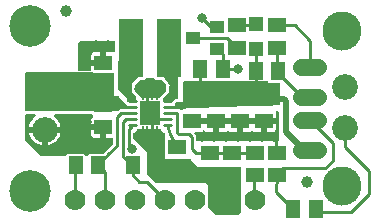
<source format=gbr>
G04 EAGLE Gerber RS-274X export*
G75*
%MOMM*%
%FSLAX34Y34*%
%LPD*%
%INTop Copper*%
%IPPOS*%
%AMOC8*
5,1,8,0,0,1.08239X$1,22.5*%
G01*
%ADD10C,0.280000*%
%ADD11R,1.660000X2.150000*%
%ADD12C,0.908000*%
%ADD13R,0.230000X0.800000*%
%ADD14R,2.000000X5.000000*%
%ADD15R,1.500000X1.300000*%
%ADD16R,1.300000X1.500000*%
%ADD17R,1.200000X1.200000*%
%ADD18C,1.000000*%
%ADD19C,3.516000*%
%ADD20C,2.184400*%
%ADD21R,1.200000X1.000000*%
%ADD22C,1.458000*%
%ADD23C,3.316000*%
%ADD24C,1.778000*%
%ADD25C,0.254000*%
%ADD26C,0.800100*%
%ADD27C,0.508000*%

G36*
X139699Y73660D02*
X139699Y73660D01*
X139687Y73758D01*
X139684Y73857D01*
X139667Y73915D01*
X139659Y73976D01*
X139623Y74068D01*
X139595Y74163D01*
X139565Y74215D01*
X139542Y74271D01*
X139484Y74351D01*
X139434Y74437D01*
X139368Y74512D01*
X139356Y74529D01*
X139346Y74536D01*
X139328Y74558D01*
X136788Y77098D01*
X136709Y77158D01*
X136637Y77226D01*
X136584Y77255D01*
X136536Y77292D01*
X136445Y77332D01*
X136359Y77380D01*
X136300Y77395D01*
X136244Y77419D01*
X136146Y77434D01*
X136051Y77459D01*
X135951Y77465D01*
X135930Y77469D01*
X135918Y77467D01*
X135890Y77469D01*
X116840Y77469D01*
X116742Y77457D01*
X116643Y77454D01*
X116585Y77437D01*
X116524Y77429D01*
X116432Y77393D01*
X116337Y77365D01*
X116285Y77335D01*
X116229Y77312D01*
X116149Y77254D01*
X116063Y77204D01*
X115988Y77138D01*
X115971Y77126D01*
X115964Y77116D01*
X115943Y77098D01*
X113403Y74558D01*
X113342Y74479D01*
X113274Y74407D01*
X113245Y74354D01*
X113208Y74306D01*
X113168Y74215D01*
X113120Y74129D01*
X113105Y74070D01*
X113081Y74014D01*
X113066Y73916D01*
X113041Y73821D01*
X113035Y73725D01*
X113033Y73717D01*
X113034Y73714D01*
X113031Y73700D01*
X113033Y73688D01*
X113031Y73660D01*
X113031Y69850D01*
X113043Y69752D01*
X113046Y69653D01*
X113063Y69595D01*
X113071Y69534D01*
X113107Y69442D01*
X113135Y69347D01*
X113165Y69295D01*
X113188Y69239D01*
X113246Y69159D01*
X113296Y69073D01*
X113362Y68998D01*
X113374Y68981D01*
X113384Y68974D01*
X113403Y68953D01*
X124461Y57894D01*
X124461Y40640D01*
X124473Y40542D01*
X124476Y40443D01*
X124487Y40405D01*
X124488Y40399D01*
X124494Y40380D01*
X124501Y40324D01*
X124537Y40232D01*
X124565Y40137D01*
X124582Y40108D01*
X124586Y40096D01*
X124600Y40073D01*
X124618Y40029D01*
X124676Y39949D01*
X124726Y39863D01*
X124751Y39836D01*
X124756Y39827D01*
X124768Y39816D01*
X124792Y39788D01*
X124804Y39771D01*
X124814Y39764D01*
X124833Y39743D01*
X132453Y32123D01*
X132531Y32062D01*
X132603Y31994D01*
X132656Y31965D01*
X132704Y31928D01*
X132795Y31888D01*
X132881Y31840D01*
X132940Y31825D01*
X132996Y31801D01*
X133094Y31786D01*
X133189Y31761D01*
X133289Y31755D01*
X133310Y31751D01*
X133322Y31753D01*
X133350Y31751D01*
X174734Y31751D01*
X176531Y29954D01*
X176531Y11430D01*
X176543Y11332D01*
X176546Y11233D01*
X176555Y11201D01*
X176556Y11190D01*
X176564Y11165D01*
X176571Y11114D01*
X176607Y11022D01*
X176635Y10927D01*
X176649Y10902D01*
X176654Y10888D01*
X176671Y10861D01*
X176688Y10819D01*
X176746Y10739D01*
X176796Y10653D01*
X176819Y10628D01*
X176824Y10619D01*
X176837Y10607D01*
X176862Y10578D01*
X176874Y10561D01*
X176884Y10554D01*
X176903Y10533D01*
X181983Y5453D01*
X182061Y5392D01*
X182133Y5324D01*
X182186Y5295D01*
X182234Y5258D01*
X182325Y5218D01*
X182411Y5170D01*
X182470Y5155D01*
X182526Y5131D01*
X182624Y5116D01*
X182719Y5091D01*
X182819Y5085D01*
X182840Y5081D01*
X182852Y5083D01*
X182880Y5081D01*
X201930Y5081D01*
X202028Y5093D01*
X202127Y5096D01*
X202185Y5113D01*
X202246Y5121D01*
X202338Y5157D01*
X202433Y5185D01*
X202485Y5215D01*
X202541Y5238D01*
X202621Y5296D01*
X202707Y5346D01*
X202782Y5412D01*
X202799Y5424D01*
X202806Y5434D01*
X202828Y5453D01*
X204098Y6723D01*
X204158Y6801D01*
X204226Y6873D01*
X204246Y6909D01*
X204271Y6939D01*
X204279Y6956D01*
X204292Y6974D01*
X204332Y7065D01*
X204380Y7151D01*
X204390Y7192D01*
X204406Y7226D01*
X204410Y7244D01*
X204419Y7266D01*
X204434Y7364D01*
X204459Y7459D01*
X204463Y7524D01*
X204466Y7539D01*
X204465Y7554D01*
X204465Y7559D01*
X204469Y7580D01*
X204467Y7592D01*
X204469Y7620D01*
X204469Y44450D01*
X204454Y44568D01*
X204447Y44687D01*
X204434Y44725D01*
X204429Y44766D01*
X204386Y44876D01*
X204349Y44989D01*
X204327Y45024D01*
X204312Y45061D01*
X204243Y45157D01*
X204179Y45258D01*
X204149Y45286D01*
X204126Y45319D01*
X204034Y45395D01*
X203947Y45476D01*
X203912Y45496D01*
X203881Y45521D01*
X203773Y45572D01*
X203669Y45630D01*
X203629Y45640D01*
X203593Y45657D01*
X203476Y45679D01*
X203361Y45709D01*
X203301Y45713D01*
X203281Y45717D01*
X203260Y45715D01*
X203200Y45719D01*
X168166Y45719D01*
X162188Y51698D01*
X162109Y51758D01*
X162037Y51826D01*
X161984Y51855D01*
X161936Y51892D01*
X161845Y51932D01*
X161759Y51980D01*
X161700Y51995D01*
X161644Y52019D01*
X161546Y52034D01*
X161451Y52059D01*
X161351Y52065D01*
X161330Y52069D01*
X161318Y52067D01*
X161290Y52069D01*
X139699Y52069D01*
X139699Y73660D01*
G37*
G36*
X99042Y92723D02*
X99042Y92723D01*
X99141Y92726D01*
X99200Y92743D01*
X99260Y92751D01*
X99352Y92787D01*
X99447Y92815D01*
X99499Y92845D01*
X99555Y92868D01*
X99635Y92926D01*
X99721Y92976D01*
X99796Y93042D01*
X99813Y93054D01*
X99821Y93064D01*
X99842Y93083D01*
X101502Y94743D01*
X104140Y94743D01*
X104258Y94758D01*
X104377Y94765D01*
X104415Y94778D01*
X104456Y94783D01*
X104566Y94826D01*
X104679Y94863D01*
X104714Y94885D01*
X104751Y94900D01*
X104847Y94969D01*
X104948Y95033D01*
X104976Y95063D01*
X105009Y95086D01*
X105085Y95178D01*
X105153Y95251D01*
X106680Y95251D01*
X106761Y95261D01*
X106843Y95261D01*
X106918Y95281D01*
X106996Y95291D01*
X107072Y95321D01*
X107151Y95341D01*
X107219Y95379D01*
X107291Y95408D01*
X107358Y95456D01*
X107429Y95495D01*
X107486Y95549D01*
X107549Y95594D01*
X107601Y95658D01*
X107660Y95714D01*
X107702Y95780D01*
X107751Y95839D01*
X107786Y95913D01*
X107830Y95983D01*
X107854Y96057D01*
X107887Y96127D01*
X107902Y96207D01*
X107927Y96285D01*
X107932Y96363D01*
X107947Y96440D01*
X107942Y96521D01*
X107947Y96603D01*
X107932Y96679D01*
X107927Y96757D01*
X107902Y96835D01*
X107886Y96915D01*
X107853Y96986D01*
X107829Y97059D01*
X107785Y97128D01*
X107750Y97203D01*
X107662Y97324D01*
X107659Y97328D01*
X107657Y97329D01*
X107655Y97333D01*
X101305Y104953D01*
X101191Y105059D01*
X101077Y105166D01*
X101075Y105167D01*
X101072Y105169D01*
X100935Y105244D01*
X100799Y105320D01*
X100796Y105320D01*
X100793Y105322D01*
X100641Y105360D01*
X100491Y105399D01*
X100487Y105399D01*
X100485Y105400D01*
X100480Y105400D01*
X100330Y105409D01*
X96519Y105409D01*
X96519Y124158D01*
X96504Y124276D01*
X96497Y124395D01*
X96484Y124433D01*
X96479Y124474D01*
X96436Y124584D01*
X96399Y124697D01*
X96377Y124732D01*
X96362Y124769D01*
X96293Y124865D01*
X96229Y124966D01*
X96199Y124994D01*
X96176Y125027D01*
X96084Y125103D01*
X95997Y125184D01*
X95962Y125204D01*
X95931Y125229D01*
X95823Y125280D01*
X95719Y125338D01*
X95679Y125348D01*
X95643Y125365D01*
X95526Y125387D01*
X95411Y125417D01*
X95351Y125421D01*
X95331Y125425D01*
X95310Y125423D01*
X95250Y125427D01*
X79270Y125427D01*
X79207Y125486D01*
X79154Y125515D01*
X79107Y125552D01*
X79016Y125592D01*
X78929Y125640D01*
X78870Y125655D01*
X78815Y125679D01*
X78717Y125694D01*
X78621Y125719D01*
X78521Y125725D01*
X78501Y125729D01*
X78489Y125727D01*
X78460Y125729D01*
X22860Y125729D01*
X22742Y125714D01*
X22623Y125707D01*
X22585Y125694D01*
X22544Y125689D01*
X22434Y125646D01*
X22321Y125609D01*
X22286Y125587D01*
X22249Y125572D01*
X22153Y125503D01*
X22052Y125439D01*
X22024Y125409D01*
X21991Y125386D01*
X21916Y125294D01*
X21834Y125207D01*
X21814Y125172D01*
X21789Y125141D01*
X21738Y125033D01*
X21680Y124929D01*
X21670Y124889D01*
X21653Y124853D01*
X21631Y124736D01*
X21601Y124621D01*
X21597Y124561D01*
X21593Y124541D01*
X21594Y124527D01*
X21593Y124523D01*
X21594Y124511D01*
X21591Y124460D01*
X21591Y93980D01*
X21606Y93862D01*
X21613Y93743D01*
X21626Y93705D01*
X21631Y93664D01*
X21674Y93554D01*
X21711Y93441D01*
X21733Y93406D01*
X21748Y93369D01*
X21818Y93273D01*
X21881Y93172D01*
X21911Y93144D01*
X21934Y93111D01*
X22026Y93036D01*
X22113Y92954D01*
X22148Y92934D01*
X22179Y92909D01*
X22287Y92858D01*
X22391Y92800D01*
X22431Y92790D01*
X22467Y92773D01*
X22584Y92751D01*
X22699Y92721D01*
X22760Y92717D01*
X22780Y92713D01*
X22800Y92715D01*
X22860Y92711D01*
X98944Y92711D01*
X99042Y92723D01*
G37*
G36*
X54478Y54623D02*
X54478Y54623D01*
X54578Y54626D01*
X54636Y54643D01*
X54696Y54651D01*
X54788Y54687D01*
X54883Y54715D01*
X54935Y54745D01*
X54992Y54768D01*
X55072Y54826D01*
X55157Y54876D01*
X55232Y54942D01*
X55249Y54954D01*
X55257Y54964D01*
X55278Y54983D01*
X56818Y56523D01*
X71502Y56523D01*
X72762Y55262D01*
X72857Y55189D01*
X72946Y55110D01*
X72982Y55092D01*
X73014Y55067D01*
X73123Y55020D01*
X73229Y54966D01*
X73268Y54957D01*
X73306Y54941D01*
X73423Y54922D01*
X73539Y54896D01*
X73580Y54897D01*
X73620Y54891D01*
X73738Y54902D01*
X73857Y54906D01*
X73896Y54917D01*
X73936Y54921D01*
X74049Y54961D01*
X74163Y54994D01*
X74197Y55015D01*
X74236Y55028D01*
X74334Y55095D01*
X74437Y55156D01*
X74482Y55196D01*
X74499Y55207D01*
X74512Y55222D01*
X74557Y55262D01*
X75818Y56523D01*
X87039Y56523D01*
X87156Y56538D01*
X87275Y56545D01*
X87314Y56557D01*
X87354Y56563D01*
X87464Y56606D01*
X87577Y56643D01*
X87612Y56665D01*
X87650Y56680D01*
X87746Y56749D01*
X87846Y56813D01*
X87891Y56854D01*
X87907Y56866D01*
X87920Y56882D01*
X87964Y56923D01*
X89063Y58092D01*
X89110Y58156D01*
X89164Y58214D01*
X89203Y58284D01*
X89250Y58349D01*
X89257Y58368D01*
X90325Y59436D01*
X90332Y59445D01*
X90352Y59464D01*
X91385Y60563D01*
X91403Y60571D01*
X91466Y60620D01*
X91535Y60660D01*
X91654Y60765D01*
X91655Y60765D01*
X91655Y60766D01*
X95386Y64496D01*
X95446Y64575D01*
X95514Y64647D01*
X95543Y64700D01*
X95580Y64748D01*
X95620Y64839D01*
X95668Y64925D01*
X95683Y64984D01*
X95707Y65039D01*
X95722Y65137D01*
X95747Y65233D01*
X95753Y65333D01*
X95757Y65354D01*
X95755Y65366D01*
X95757Y65394D01*
X95757Y69090D01*
X95742Y69208D01*
X95735Y69327D01*
X95722Y69365D01*
X95717Y69406D01*
X95674Y69516D01*
X95637Y69629D01*
X95615Y69664D01*
X95600Y69701D01*
X95531Y69797D01*
X95467Y69898D01*
X95437Y69926D01*
X95414Y69959D01*
X95322Y70035D01*
X95235Y70116D01*
X95200Y70136D01*
X95169Y70161D01*
X95061Y70212D01*
X94957Y70270D01*
X94917Y70280D01*
X94881Y70297D01*
X94764Y70319D01*
X94649Y70349D01*
X94589Y70353D01*
X94569Y70357D01*
X94548Y70355D01*
X94488Y70359D01*
X90169Y70359D01*
X90169Y78130D01*
X90154Y78248D01*
X90147Y78367D01*
X90134Y78405D01*
X90129Y78445D01*
X90085Y78556D01*
X90049Y78669D01*
X90027Y78704D01*
X90012Y78741D01*
X89942Y78837D01*
X89879Y78938D01*
X89849Y78966D01*
X89825Y78998D01*
X89734Y79074D01*
X89647Y79156D01*
X89612Y79175D01*
X89580Y79201D01*
X89473Y79252D01*
X89369Y79309D01*
X89329Y79320D01*
X89293Y79337D01*
X89176Y79359D01*
X89061Y79389D01*
X89000Y79393D01*
X88980Y79397D01*
X88960Y79395D01*
X88900Y79399D01*
X87629Y79399D01*
X87629Y80670D01*
X87614Y80788D01*
X87607Y80907D01*
X87594Y80945D01*
X87589Y80985D01*
X87545Y81096D01*
X87509Y81209D01*
X87487Y81244D01*
X87472Y81281D01*
X87402Y81377D01*
X87339Y81478D01*
X87309Y81506D01*
X87285Y81538D01*
X87194Y81614D01*
X87107Y81696D01*
X87072Y81715D01*
X87040Y81741D01*
X86933Y81792D01*
X86829Y81849D01*
X86789Y81860D01*
X86753Y81877D01*
X86636Y81899D01*
X86521Y81929D01*
X86460Y81933D01*
X86440Y81937D01*
X86420Y81935D01*
X86360Y81939D01*
X77589Y81939D01*
X77589Y86234D01*
X77762Y86881D01*
X78097Y87460D01*
X78639Y88003D01*
X78725Y88112D01*
X78813Y88219D01*
X78822Y88238D01*
X78834Y88254D01*
X78890Y88382D01*
X78949Y88507D01*
X78953Y88527D01*
X78961Y88546D01*
X78983Y88684D01*
X79009Y88820D01*
X79007Y88840D01*
X79011Y88860D01*
X78997Y88999D01*
X78989Y89137D01*
X78983Y89156D01*
X78981Y89176D01*
X78934Y89308D01*
X78891Y89439D01*
X78880Y89457D01*
X78873Y89476D01*
X78795Y89591D01*
X78721Y89708D01*
X78706Y89722D01*
X78695Y89739D01*
X78590Y89831D01*
X78489Y89926D01*
X78471Y89936D01*
X78456Y89949D01*
X78332Y90012D01*
X78211Y90080D01*
X78191Y90085D01*
X78173Y90094D01*
X78037Y90124D01*
X77903Y90159D01*
X77875Y90161D01*
X77863Y90164D01*
X77842Y90163D01*
X77742Y90169D01*
X47129Y90169D01*
X47050Y90159D01*
X46970Y90159D01*
X46893Y90139D01*
X46813Y90129D01*
X46739Y90100D01*
X46662Y90080D01*
X46592Y90042D01*
X46517Y90012D01*
X46453Y89966D01*
X46383Y89927D01*
X46325Y89873D01*
X46260Y89826D01*
X46209Y89764D01*
X46151Y89710D01*
X46108Y89642D01*
X46057Y89581D01*
X46023Y89508D01*
X45981Y89441D01*
X45956Y89365D01*
X45922Y89293D01*
X45907Y89215D01*
X45882Y89139D01*
X45877Y89059D01*
X45862Y88981D01*
X45867Y88901D01*
X45862Y88822D01*
X45877Y88743D01*
X45882Y88663D01*
X45906Y88587D01*
X45921Y88509D01*
X45955Y88437D01*
X45980Y88361D01*
X46022Y88293D01*
X46056Y88221D01*
X46107Y88159D01*
X46150Y88092D01*
X46208Y88037D01*
X46259Y87976D01*
X46381Y87875D01*
X46382Y87874D01*
X46383Y87873D01*
X46870Y87519D01*
X48369Y86020D01*
X49614Y84306D01*
X50576Y82418D01*
X51231Y80403D01*
X51335Y79749D01*
X39330Y79749D01*
X39212Y79734D01*
X39093Y79727D01*
X39055Y79714D01*
X39015Y79709D01*
X38904Y79666D01*
X38791Y79629D01*
X38757Y79607D01*
X38719Y79592D01*
X38623Y79523D01*
X38522Y79459D01*
X38494Y79429D01*
X38462Y79406D01*
X38386Y79314D01*
X38304Y79227D01*
X38285Y79192D01*
X38259Y79161D01*
X38208Y79053D01*
X38151Y78949D01*
X38141Y78909D01*
X38123Y78873D01*
X38103Y78766D01*
X38099Y78796D01*
X38055Y78906D01*
X38019Y79019D01*
X37997Y79054D01*
X37982Y79091D01*
X37912Y79187D01*
X37849Y79288D01*
X37819Y79316D01*
X37795Y79349D01*
X37704Y79425D01*
X37617Y79506D01*
X37582Y79526D01*
X37550Y79551D01*
X37443Y79602D01*
X37338Y79660D01*
X37299Y79670D01*
X37263Y79687D01*
X37146Y79709D01*
X37030Y79739D01*
X36970Y79743D01*
X36950Y79747D01*
X36930Y79745D01*
X36870Y79749D01*
X24865Y79749D01*
X24969Y80403D01*
X25624Y82418D01*
X26586Y84306D01*
X27831Y86020D01*
X29330Y87519D01*
X29817Y87873D01*
X29875Y87928D01*
X29913Y87955D01*
X29940Y87974D01*
X29991Y88036D01*
X30049Y88091D01*
X30092Y88158D01*
X30143Y88219D01*
X30177Y88292D01*
X30220Y88359D01*
X30244Y88435D01*
X30278Y88507D01*
X30293Y88586D01*
X30318Y88662D01*
X30323Y88741D01*
X30338Y88820D01*
X30333Y88899D01*
X30338Y88979D01*
X30323Y89058D01*
X30318Y89137D01*
X30294Y89213D01*
X30279Y89292D01*
X30245Y89364D01*
X30220Y89439D01*
X30177Y89507D01*
X30143Y89579D01*
X30093Y89641D01*
X30050Y89708D01*
X29992Y89763D01*
X29941Y89825D01*
X29877Y89871D01*
X29818Y89926D01*
X29748Y89965D01*
X29684Y90012D01*
X29610Y90041D01*
X29540Y90080D01*
X29463Y90100D01*
X29388Y90129D01*
X29309Y90139D01*
X29232Y90159D01*
X29074Y90169D01*
X29073Y90169D01*
X29072Y90169D01*
X29071Y90169D01*
X22860Y90169D01*
X22742Y90154D01*
X22623Y90147D01*
X22585Y90134D01*
X22544Y90129D01*
X22434Y90086D01*
X22321Y90049D01*
X22286Y90027D01*
X22249Y90012D01*
X22153Y89943D01*
X22052Y89879D01*
X22024Y89849D01*
X21991Y89826D01*
X21916Y89734D01*
X21834Y89647D01*
X21814Y89612D01*
X21789Y89581D01*
X21738Y89473D01*
X21680Y89369D01*
X21670Y89329D01*
X21653Y89293D01*
X21631Y89176D01*
X21601Y89061D01*
X21597Y89001D01*
X21593Y88981D01*
X21594Y88966D01*
X21593Y88961D01*
X21594Y88951D01*
X21591Y88900D01*
X21591Y68580D01*
X21603Y68482D01*
X21606Y68383D01*
X21623Y68325D01*
X21631Y68264D01*
X21667Y68172D01*
X21695Y68077D01*
X21716Y68041D01*
X21719Y68033D01*
X21728Y68018D01*
X21748Y67969D01*
X21806Y67889D01*
X21856Y67803D01*
X21885Y67771D01*
X21889Y67764D01*
X21898Y67755D01*
X21922Y67728D01*
X21934Y67711D01*
X21944Y67704D01*
X21963Y67683D01*
X34663Y54983D01*
X34741Y54922D01*
X34813Y54854D01*
X34866Y54825D01*
X34914Y54788D01*
X35005Y54748D01*
X35091Y54700D01*
X35150Y54685D01*
X35206Y54661D01*
X35304Y54646D01*
X35399Y54621D01*
X35499Y54615D01*
X35520Y54611D01*
X35532Y54613D01*
X35560Y54611D01*
X54380Y54611D01*
X54478Y54623D01*
G37*
G36*
X153748Y93557D02*
X153748Y93557D01*
X153867Y93560D01*
X153906Y93572D01*
X153946Y93575D01*
X154059Y93616D01*
X154173Y93649D01*
X154207Y93669D01*
X154246Y93683D01*
X154344Y93750D01*
X154447Y93810D01*
X154492Y93850D01*
X154509Y93862D01*
X154522Y93877D01*
X154567Y93917D01*
X155902Y95251D01*
X162560Y95251D01*
X165100Y95251D01*
X165113Y95252D01*
X165145Y95252D01*
X236265Y97792D01*
X236361Y97807D01*
X236457Y97813D01*
X236517Y97832D01*
X236579Y97843D01*
X236668Y97881D01*
X236759Y97911D01*
X236813Y97945D01*
X236871Y97970D01*
X236946Y98030D01*
X237028Y98081D01*
X237071Y98127D01*
X237121Y98166D01*
X237180Y98243D01*
X237246Y98313D01*
X237277Y98368D01*
X237315Y98418D01*
X237353Y98507D01*
X237400Y98591D01*
X237415Y98652D01*
X237440Y98710D01*
X237455Y98806D01*
X237479Y98899D01*
X237486Y99006D01*
X237489Y99025D01*
X237488Y99036D01*
X237489Y99060D01*
X237489Y115690D01*
X237474Y115808D01*
X237467Y115927D01*
X237454Y115965D01*
X237449Y116006D01*
X237406Y116116D01*
X237369Y116229D01*
X237347Y116264D01*
X237332Y116301D01*
X237263Y116397D01*
X237199Y116498D01*
X237169Y116526D01*
X237146Y116559D01*
X237054Y116635D01*
X236967Y116716D01*
X236932Y116736D01*
X236901Y116761D01*
X236793Y116812D01*
X236689Y116870D01*
X236649Y116880D01*
X236613Y116897D01*
X236496Y116919D01*
X236381Y116949D01*
X236321Y116953D01*
X236301Y116957D01*
X236280Y116955D01*
X236220Y116959D01*
X228008Y116959D01*
X227229Y117737D01*
X227151Y117798D01*
X227079Y117866D01*
X227026Y117895D01*
X226978Y117932D01*
X226887Y117972D01*
X226800Y118020D01*
X226742Y118035D01*
X226686Y118059D01*
X226588Y118074D01*
X226493Y118099D01*
X226393Y118105D01*
X226372Y118109D01*
X226360Y118107D01*
X226332Y118109D01*
X156210Y118109D01*
X156092Y118094D01*
X155973Y118087D01*
X155935Y118074D01*
X155894Y118069D01*
X155784Y118026D01*
X155671Y117989D01*
X155636Y117967D01*
X155599Y117952D01*
X155503Y117883D01*
X155402Y117819D01*
X155374Y117789D01*
X155341Y117766D01*
X155266Y117674D01*
X155184Y117587D01*
X155164Y117552D01*
X155139Y117521D01*
X155088Y117413D01*
X155030Y117309D01*
X155020Y117269D01*
X155003Y117233D01*
X154981Y117116D01*
X154951Y117001D01*
X154947Y116941D01*
X154943Y116921D01*
X154945Y116900D01*
X154941Y116840D01*
X154941Y100329D01*
X149860Y100329D01*
X149742Y100314D01*
X149623Y100307D01*
X149585Y100294D01*
X149544Y100289D01*
X149434Y100246D01*
X149321Y100209D01*
X149286Y100187D01*
X149249Y100172D01*
X149153Y100103D01*
X149052Y100039D01*
X149024Y100009D01*
X148991Y99986D01*
X148916Y99894D01*
X148834Y99807D01*
X148814Y99772D01*
X148789Y99741D01*
X148738Y99633D01*
X148680Y99529D01*
X148670Y99489D01*
X148653Y99453D01*
X148631Y99336D01*
X148601Y99221D01*
X148597Y99161D01*
X148593Y99141D01*
X148595Y99120D01*
X148591Y99060D01*
X148591Y96520D01*
X148606Y96402D01*
X148613Y96283D01*
X148626Y96245D01*
X148631Y96204D01*
X148674Y96094D01*
X148711Y95981D01*
X148733Y95946D01*
X148748Y95909D01*
X148818Y95813D01*
X148881Y95712D01*
X148911Y95684D01*
X148934Y95651D01*
X149026Y95575D01*
X149113Y95494D01*
X149148Y95474D01*
X149179Y95449D01*
X149287Y95398D01*
X149391Y95340D01*
X149431Y95330D01*
X149467Y95313D01*
X149584Y95291D01*
X149699Y95261D01*
X149760Y95257D01*
X149780Y95253D01*
X149800Y95255D01*
X149860Y95251D01*
X151438Y95251D01*
X152772Y93917D01*
X152867Y93844D01*
X152956Y93765D01*
X152992Y93747D01*
X153024Y93722D01*
X153133Y93674D01*
X153239Y93620D01*
X153278Y93611D01*
X153316Y93595D01*
X153433Y93577D01*
X153549Y93551D01*
X153590Y93552D01*
X153630Y93546D01*
X153748Y93557D01*
G37*
G36*
X235068Y67326D02*
X235068Y67326D01*
X235187Y67333D01*
X235225Y67346D01*
X235266Y67351D01*
X235376Y67394D01*
X235489Y67431D01*
X235524Y67453D01*
X235561Y67468D01*
X235657Y67538D01*
X235758Y67601D01*
X235786Y67631D01*
X235819Y67654D01*
X235895Y67746D01*
X235976Y67833D01*
X235996Y67868D01*
X236021Y67899D01*
X236072Y68007D01*
X236130Y68111D01*
X236140Y68151D01*
X236157Y68187D01*
X236179Y68304D01*
X236209Y68419D01*
X236213Y68480D01*
X236217Y68500D01*
X236215Y68520D01*
X236219Y68580D01*
X236219Y91440D01*
X236204Y91558D01*
X236197Y91677D01*
X236184Y91715D01*
X236179Y91756D01*
X236136Y91866D01*
X236099Y91979D01*
X236077Y92014D01*
X236062Y92051D01*
X235993Y92147D01*
X235929Y92248D01*
X235899Y92276D01*
X235876Y92309D01*
X235784Y92385D01*
X235697Y92466D01*
X235662Y92486D01*
X235631Y92511D01*
X235523Y92562D01*
X235419Y92620D01*
X235379Y92630D01*
X235343Y92647D01*
X235226Y92669D01*
X235111Y92699D01*
X235051Y92703D01*
X235031Y92707D01*
X235010Y92705D01*
X234950Y92709D01*
X234830Y92709D01*
X234712Y92694D01*
X234593Y92687D01*
X234555Y92674D01*
X234514Y92669D01*
X234404Y92626D01*
X234291Y92589D01*
X234256Y92567D01*
X234219Y92552D01*
X234123Y92483D01*
X234022Y92419D01*
X233994Y92389D01*
X233961Y92366D01*
X233885Y92274D01*
X233804Y92187D01*
X233784Y92152D01*
X233759Y92121D01*
X233708Y92013D01*
X233650Y91909D01*
X233640Y91869D01*
X233623Y91833D01*
X233601Y91716D01*
X233571Y91601D01*
X233567Y91541D01*
X233563Y91521D01*
X233564Y91510D01*
X233563Y91507D01*
X233564Y91494D01*
X233561Y91440D01*
X233561Y87019D01*
X224790Y87019D01*
X224672Y87004D01*
X224553Y86997D01*
X224515Y86984D01*
X224475Y86979D01*
X224364Y86935D01*
X224251Y86899D01*
X224216Y86877D01*
X224179Y86862D01*
X224083Y86792D01*
X223982Y86729D01*
X223954Y86699D01*
X223922Y86675D01*
X223846Y86584D01*
X223764Y86497D01*
X223745Y86462D01*
X223719Y86430D01*
X223668Y86323D01*
X223611Y86219D01*
X223600Y86179D01*
X223583Y86143D01*
X223561Y86026D01*
X223531Y85911D01*
X223527Y85850D01*
X223523Y85830D01*
X223525Y85810D01*
X223521Y85750D01*
X223521Y84479D01*
X223519Y84479D01*
X223519Y85750D01*
X223504Y85868D01*
X223497Y85987D01*
X223484Y86025D01*
X223479Y86065D01*
X223435Y86176D01*
X223399Y86289D01*
X223377Y86324D01*
X223362Y86361D01*
X223292Y86457D01*
X223229Y86558D01*
X223199Y86586D01*
X223175Y86618D01*
X223084Y86694D01*
X222997Y86776D01*
X222962Y86795D01*
X222930Y86821D01*
X222823Y86872D01*
X222719Y86929D01*
X222679Y86940D01*
X222643Y86957D01*
X222526Y86979D01*
X222411Y87009D01*
X222350Y87013D01*
X222330Y87017D01*
X222310Y87015D01*
X222250Y87019D01*
X204470Y87019D01*
X204352Y87004D01*
X204233Y86997D01*
X204195Y86984D01*
X204155Y86979D01*
X204044Y86935D01*
X203931Y86899D01*
X203896Y86877D01*
X203859Y86862D01*
X203763Y86792D01*
X203662Y86729D01*
X203634Y86699D01*
X203602Y86675D01*
X203526Y86584D01*
X203444Y86497D01*
X203425Y86462D01*
X203399Y86430D01*
X203348Y86323D01*
X203291Y86219D01*
X203280Y86179D01*
X203263Y86143D01*
X203241Y86026D01*
X203211Y85911D01*
X203207Y85850D01*
X203203Y85830D01*
X203205Y85810D01*
X203201Y85750D01*
X203201Y84479D01*
X203199Y84479D01*
X203199Y85750D01*
X203184Y85868D01*
X203177Y85987D01*
X203164Y86025D01*
X203159Y86065D01*
X203115Y86176D01*
X203079Y86289D01*
X203057Y86324D01*
X203042Y86361D01*
X202972Y86457D01*
X202909Y86558D01*
X202879Y86586D01*
X202855Y86618D01*
X202764Y86694D01*
X202677Y86776D01*
X202642Y86795D01*
X202610Y86821D01*
X202503Y86872D01*
X202399Y86929D01*
X202359Y86940D01*
X202323Y86957D01*
X202206Y86979D01*
X202091Y87009D01*
X202030Y87013D01*
X202010Y87017D01*
X201990Y87015D01*
X201930Y87019D01*
X184150Y87019D01*
X184032Y87004D01*
X183913Y86997D01*
X183875Y86984D01*
X183835Y86979D01*
X183724Y86935D01*
X183611Y86899D01*
X183576Y86877D01*
X183539Y86862D01*
X183443Y86792D01*
X183342Y86729D01*
X183314Y86699D01*
X183282Y86675D01*
X183206Y86584D01*
X183124Y86497D01*
X183105Y86462D01*
X183079Y86430D01*
X183028Y86323D01*
X182971Y86219D01*
X182960Y86179D01*
X182943Y86143D01*
X182921Y86026D01*
X182891Y85911D01*
X182887Y85850D01*
X182883Y85830D01*
X182885Y85810D01*
X182881Y85750D01*
X182881Y84479D01*
X182879Y84479D01*
X182879Y85750D01*
X182864Y85868D01*
X182857Y85987D01*
X182844Y86025D01*
X182839Y86065D01*
X182795Y86176D01*
X182759Y86289D01*
X182737Y86324D01*
X182722Y86361D01*
X182652Y86457D01*
X182589Y86558D01*
X182559Y86586D01*
X182535Y86618D01*
X182444Y86694D01*
X182357Y86776D01*
X182322Y86795D01*
X182290Y86821D01*
X182183Y86872D01*
X182079Y86929D01*
X182039Y86940D01*
X182003Y86957D01*
X181886Y86979D01*
X181771Y87009D01*
X181710Y87013D01*
X181690Y87017D01*
X181670Y87015D01*
X181610Y87019D01*
X163830Y87019D01*
X163712Y87004D01*
X163593Y86997D01*
X163555Y86984D01*
X163515Y86979D01*
X163404Y86935D01*
X163291Y86899D01*
X163256Y86877D01*
X163219Y86862D01*
X163123Y86792D01*
X163022Y86729D01*
X162994Y86699D01*
X162962Y86675D01*
X162886Y86584D01*
X162804Y86497D01*
X162785Y86462D01*
X162759Y86430D01*
X162708Y86323D01*
X162651Y86219D01*
X162640Y86179D01*
X162623Y86143D01*
X162601Y86026D01*
X162571Y85911D01*
X162567Y85850D01*
X162563Y85830D01*
X162565Y85810D01*
X162561Y85750D01*
X162561Y83210D01*
X162576Y83092D01*
X162583Y82973D01*
X162596Y82935D01*
X162601Y82895D01*
X162645Y82784D01*
X162681Y82671D01*
X162703Y82636D01*
X162718Y82599D01*
X162788Y82503D01*
X162851Y82402D01*
X162881Y82374D01*
X162905Y82341D01*
X162996Y82266D01*
X163083Y82184D01*
X163118Y82164D01*
X163150Y82139D01*
X163257Y82088D01*
X163361Y82030D01*
X163401Y82020D01*
X163437Y82003D01*
X163554Y81981D01*
X163669Y81951D01*
X163730Y81947D01*
X163750Y81943D01*
X163770Y81945D01*
X163830Y81941D01*
X180341Y81941D01*
X180341Y75439D01*
X175046Y75439D01*
X174399Y75612D01*
X173820Y75947D01*
X173618Y76149D01*
X173523Y76222D01*
X173434Y76301D01*
X173398Y76319D01*
X173366Y76344D01*
X173257Y76392D01*
X173151Y76446D01*
X173112Y76455D01*
X173074Y76471D01*
X172957Y76489D01*
X172841Y76515D01*
X172800Y76514D01*
X172760Y76520D01*
X172642Y76509D01*
X172523Y76506D01*
X172484Y76494D01*
X172444Y76491D01*
X172332Y76450D01*
X172217Y76417D01*
X172183Y76397D01*
X172144Y76383D01*
X172046Y76316D01*
X171943Y76256D01*
X171898Y76216D01*
X171881Y76205D01*
X171868Y76189D01*
X171823Y76149D01*
X171620Y75947D01*
X171041Y75612D01*
X170394Y75439D01*
X165976Y75439D01*
X165838Y75422D01*
X165699Y75409D01*
X165680Y75402D01*
X165660Y75399D01*
X165531Y75348D01*
X165400Y75301D01*
X165383Y75290D01*
X165365Y75282D01*
X165252Y75201D01*
X165137Y75123D01*
X165124Y75107D01*
X165107Y75096D01*
X165018Y74988D01*
X164926Y74884D01*
X164917Y74866D01*
X164904Y74851D01*
X164845Y74725D01*
X164782Y74601D01*
X164777Y74581D01*
X164769Y74563D01*
X164743Y74426D01*
X164712Y74291D01*
X164713Y74270D01*
X164709Y74251D01*
X164718Y74112D01*
X164722Y73973D01*
X164728Y73953D01*
X164729Y73933D01*
X164772Y73801D01*
X164810Y73667D01*
X164821Y73650D01*
X164827Y73631D01*
X164901Y73513D01*
X164972Y73393D01*
X164990Y73372D01*
X164997Y73362D01*
X165012Y73348D01*
X165078Y73273D01*
X165863Y72488D01*
X165863Y68580D01*
X165878Y68462D01*
X165885Y68343D01*
X165898Y68305D01*
X165903Y68264D01*
X165946Y68154D01*
X165983Y68041D01*
X166005Y68006D01*
X166020Y67969D01*
X166089Y67873D01*
X166153Y67772D01*
X166183Y67744D01*
X166206Y67711D01*
X166298Y67636D01*
X166385Y67554D01*
X166420Y67534D01*
X166451Y67509D01*
X166559Y67458D01*
X166663Y67400D01*
X166703Y67390D01*
X166739Y67373D01*
X166856Y67351D01*
X166971Y67321D01*
X167031Y67317D01*
X167051Y67313D01*
X167072Y67315D01*
X167132Y67311D01*
X234950Y67311D01*
X235068Y67326D01*
G37*
G36*
X76438Y127016D02*
X76438Y127016D01*
X76557Y127023D01*
X76595Y127036D01*
X76636Y127041D01*
X76746Y127084D01*
X76859Y127121D01*
X76894Y127143D01*
X76931Y127158D01*
X77027Y127228D01*
X77128Y127291D01*
X77156Y127321D01*
X77189Y127344D01*
X77265Y127436D01*
X77346Y127523D01*
X77366Y127558D01*
X77391Y127589D01*
X77442Y127697D01*
X77500Y127801D01*
X77510Y127841D01*
X77527Y127877D01*
X77549Y127994D01*
X77579Y128109D01*
X77583Y128170D01*
X77587Y128190D01*
X77585Y128210D01*
X77589Y128270D01*
X77589Y131421D01*
X86360Y131421D01*
X86478Y131436D01*
X86597Y131443D01*
X86635Y131456D01*
X86675Y131461D01*
X86786Y131504D01*
X86899Y131541D01*
X86934Y131563D01*
X86971Y131578D01*
X87067Y131648D01*
X87168Y131711D01*
X87196Y131741D01*
X87228Y131765D01*
X87304Y131856D01*
X87386Y131943D01*
X87405Y131978D01*
X87431Y132009D01*
X87482Y132117D01*
X87539Y132221D01*
X87550Y132261D01*
X87567Y132297D01*
X87589Y132414D01*
X87619Y132529D01*
X87623Y132590D01*
X87627Y132610D01*
X87625Y132630D01*
X87629Y132690D01*
X87629Y133961D01*
X88900Y133961D01*
X89018Y133976D01*
X89137Y133983D01*
X89175Y133996D01*
X89215Y134001D01*
X89326Y134045D01*
X89439Y134081D01*
X89474Y134103D01*
X89511Y134118D01*
X89607Y134188D01*
X89708Y134251D01*
X89736Y134281D01*
X89768Y134305D01*
X89844Y134396D01*
X89926Y134483D01*
X89945Y134518D01*
X89971Y134550D01*
X90022Y134657D01*
X90079Y134761D01*
X90090Y134801D01*
X90107Y134837D01*
X90129Y134954D01*
X90159Y135069D01*
X90163Y135130D01*
X90167Y135150D01*
X90165Y135170D01*
X90169Y135230D01*
X90169Y143001D01*
X95464Y143001D01*
X96191Y142806D01*
X96316Y142789D01*
X96440Y142765D01*
X96473Y142767D01*
X96507Y142763D01*
X96632Y142777D01*
X96757Y142785D01*
X96789Y142795D01*
X96822Y142799D01*
X96940Y142844D01*
X97059Y142883D01*
X97088Y142901D01*
X97119Y142913D01*
X97222Y142986D01*
X97328Y143053D01*
X97351Y143078D01*
X97379Y143097D01*
X97460Y143193D01*
X97546Y143285D01*
X97562Y143314D01*
X97584Y143340D01*
X97639Y143453D01*
X97700Y143563D01*
X97708Y143596D01*
X97723Y143626D01*
X97748Y143750D01*
X97779Y143871D01*
X97782Y143920D01*
X97786Y143938D01*
X97785Y143960D01*
X97789Y144032D01*
X97789Y151130D01*
X97774Y151248D01*
X97767Y151367D01*
X97754Y151405D01*
X97749Y151446D01*
X97706Y151556D01*
X97669Y151669D01*
X97647Y151704D01*
X97632Y151741D01*
X97563Y151837D01*
X97499Y151938D01*
X97469Y151966D01*
X97446Y151999D01*
X97354Y152075D01*
X97267Y152156D01*
X97232Y152176D01*
X97201Y152201D01*
X97093Y152252D01*
X96989Y152310D01*
X96949Y152320D01*
X96913Y152337D01*
X96796Y152359D01*
X96681Y152389D01*
X96621Y152393D01*
X96601Y152397D01*
X96580Y152395D01*
X96520Y152399D01*
X68580Y152399D01*
X68482Y152387D01*
X68383Y152384D01*
X68325Y152367D01*
X68264Y152359D01*
X68172Y152323D01*
X68077Y152295D01*
X68025Y152265D01*
X67969Y152242D01*
X67889Y152184D01*
X67803Y152134D01*
X67728Y152068D01*
X67711Y152056D01*
X67704Y152046D01*
X67698Y152042D01*
X67695Y152039D01*
X67683Y152028D01*
X66413Y150758D01*
X66352Y150679D01*
X66284Y150607D01*
X66255Y150554D01*
X66218Y150506D01*
X66178Y150415D01*
X66130Y150329D01*
X66115Y150270D01*
X66091Y150214D01*
X66076Y150116D01*
X66051Y150021D01*
X66046Y149941D01*
X66043Y149928D01*
X66044Y149917D01*
X66041Y149900D01*
X66043Y149888D01*
X66041Y149860D01*
X66041Y128270D01*
X66056Y128152D01*
X66063Y128033D01*
X66076Y127995D01*
X66081Y127954D01*
X66124Y127844D01*
X66161Y127731D01*
X66183Y127696D01*
X66198Y127659D01*
X66268Y127563D01*
X66331Y127462D01*
X66361Y127434D01*
X66384Y127401D01*
X66476Y127326D01*
X66563Y127244D01*
X66598Y127224D01*
X66629Y127199D01*
X66737Y127148D01*
X66841Y127090D01*
X66881Y127080D01*
X66917Y127063D01*
X67034Y127041D01*
X67149Y127011D01*
X67210Y127007D01*
X67230Y127003D01*
X67250Y127005D01*
X67310Y127001D01*
X76320Y127001D01*
X76438Y127016D01*
G37*
G36*
X114418Y100396D02*
X114418Y100396D01*
X114537Y100403D01*
X114575Y100416D01*
X114616Y100421D01*
X114726Y100464D01*
X114839Y100501D01*
X114874Y100523D01*
X114911Y100538D01*
X115007Y100607D01*
X115108Y100671D01*
X115136Y100701D01*
X115169Y100724D01*
X115245Y100816D01*
X115326Y100903D01*
X115346Y100938D01*
X115371Y100969D01*
X115422Y101077D01*
X115480Y101181D01*
X115490Y101221D01*
X115507Y101257D01*
X115529Y101374D01*
X115559Y101489D01*
X115563Y101549D01*
X115567Y101569D01*
X115565Y101590D01*
X115569Y101650D01*
X115569Y104576D01*
X115557Y104674D01*
X115554Y104773D01*
X115537Y104831D01*
X115529Y104891D01*
X115493Y104983D01*
X115465Y105079D01*
X115435Y105131D01*
X115412Y105187D01*
X115354Y105267D01*
X115304Y105353D01*
X115238Y105428D01*
X115226Y105444D01*
X115216Y105452D01*
X115197Y105473D01*
X114671Y106000D01*
X114664Y106005D01*
X114658Y106013D01*
X114538Y106103D01*
X114441Y106178D01*
X112512Y108107D01*
X112467Y108186D01*
X112461Y108192D01*
X112456Y108200D01*
X112350Y108321D01*
X111759Y108912D01*
X111759Y109746D01*
X111758Y109756D01*
X111759Y109765D01*
X111738Y109914D01*
X111719Y110062D01*
X111716Y110071D01*
X111715Y110080D01*
X111663Y110232D01*
X111569Y110459D01*
X111569Y113061D01*
X111663Y113288D01*
X111665Y113297D01*
X111670Y113305D01*
X111707Y113450D01*
X111747Y113595D01*
X111747Y113604D01*
X111749Y113613D01*
X111759Y113774D01*
X111759Y115878D01*
X119072Y123191D01*
X119380Y123191D01*
X119498Y123206D01*
X119617Y123213D01*
X119655Y123226D01*
X119696Y123231D01*
X119806Y123274D01*
X119919Y123311D01*
X119954Y123333D01*
X119991Y123348D01*
X120087Y123417D01*
X120188Y123481D01*
X120216Y123511D01*
X120249Y123534D01*
X120325Y123626D01*
X120406Y123713D01*
X120426Y123748D01*
X120451Y123779D01*
X120502Y123887D01*
X120560Y123991D01*
X120570Y124031D01*
X120587Y124067D01*
X120609Y124184D01*
X120639Y124299D01*
X120643Y124359D01*
X120647Y124379D01*
X120645Y124400D01*
X120646Y124414D01*
X120647Y124416D01*
X120647Y124418D01*
X120649Y124460D01*
X120649Y134620D01*
X120634Y134738D01*
X120627Y134857D01*
X120614Y134895D01*
X120609Y134936D01*
X120566Y135046D01*
X120529Y135159D01*
X120507Y135194D01*
X120492Y135231D01*
X120423Y135327D01*
X120359Y135428D01*
X120329Y135456D01*
X120306Y135489D01*
X120214Y135565D01*
X120127Y135646D01*
X120092Y135666D01*
X120061Y135691D01*
X119953Y135742D01*
X119849Y135800D01*
X119809Y135810D01*
X119773Y135827D01*
X119656Y135849D01*
X119541Y135879D01*
X119481Y135883D01*
X119461Y135887D01*
X119440Y135885D01*
X119380Y135889D01*
X101600Y135889D01*
X101482Y135874D01*
X101363Y135867D01*
X101325Y135854D01*
X101284Y135849D01*
X101174Y135806D01*
X101061Y135769D01*
X101026Y135747D01*
X100989Y135732D01*
X100893Y135663D01*
X100792Y135599D01*
X100764Y135569D01*
X100731Y135546D01*
X100656Y135454D01*
X100574Y135367D01*
X100554Y135332D01*
X100529Y135301D01*
X100478Y135193D01*
X100420Y135089D01*
X100410Y135049D01*
X100393Y135013D01*
X100371Y134896D01*
X100341Y134781D01*
X100337Y134721D01*
X100333Y134701D01*
X100335Y134680D01*
X100331Y134620D01*
X100331Y111760D01*
X100343Y111662D01*
X100346Y111563D01*
X100363Y111505D01*
X100371Y111444D01*
X100407Y111352D01*
X100435Y111257D01*
X100465Y111205D01*
X100488Y111149D01*
X100546Y111069D01*
X100596Y110983D01*
X100662Y110908D01*
X100674Y110891D01*
X100684Y110884D01*
X100703Y110863D01*
X107951Y103614D01*
X107951Y101650D01*
X107966Y101532D01*
X107973Y101413D01*
X107986Y101375D01*
X107991Y101334D01*
X108034Y101224D01*
X108071Y101111D01*
X108093Y101076D01*
X108108Y101039D01*
X108178Y100943D01*
X108241Y100842D01*
X108271Y100814D01*
X108294Y100781D01*
X108386Y100705D01*
X108473Y100624D01*
X108508Y100604D01*
X108539Y100579D01*
X108647Y100528D01*
X108751Y100470D01*
X108791Y100460D01*
X108827Y100443D01*
X108944Y100421D01*
X109059Y100391D01*
X109120Y100387D01*
X109140Y100383D01*
X109160Y100385D01*
X109220Y100381D01*
X114300Y100381D01*
X114418Y100396D01*
G37*
G36*
X145364Y100393D02*
X145364Y100393D01*
X145463Y100396D01*
X145521Y100413D01*
X145581Y100421D01*
X145673Y100457D01*
X145769Y100485D01*
X145821Y100515D01*
X145877Y100538D01*
X145957Y100596D01*
X146042Y100646D01*
X146118Y100712D01*
X146134Y100724D01*
X146142Y100734D01*
X146163Y100752D01*
X148282Y102871D01*
X149860Y102871D01*
X149978Y102886D01*
X150097Y102893D01*
X150135Y102906D01*
X150176Y102911D01*
X150286Y102954D01*
X150399Y102991D01*
X150434Y103013D01*
X150471Y103028D01*
X150567Y103097D01*
X150668Y103161D01*
X150696Y103191D01*
X150729Y103214D01*
X150805Y103306D01*
X150886Y103393D01*
X150906Y103428D01*
X150931Y103459D01*
X150982Y103567D01*
X151040Y103671D01*
X151050Y103711D01*
X151067Y103747D01*
X151089Y103864D01*
X151119Y103979D01*
X151123Y104039D01*
X151127Y104059D01*
X151125Y104080D01*
X151129Y104140D01*
X151129Y134620D01*
X151114Y134738D01*
X151107Y134857D01*
X151094Y134895D01*
X151089Y134936D01*
X151046Y135046D01*
X151009Y135159D01*
X150987Y135194D01*
X150972Y135231D01*
X150903Y135327D01*
X150839Y135428D01*
X150809Y135456D01*
X150786Y135489D01*
X150694Y135565D01*
X150607Y135646D01*
X150572Y135666D01*
X150541Y135691D01*
X150433Y135742D01*
X150329Y135800D01*
X150289Y135810D01*
X150253Y135827D01*
X150136Y135849D01*
X150021Y135879D01*
X149961Y135883D01*
X149941Y135887D01*
X149920Y135885D01*
X149860Y135889D01*
X134620Y135889D01*
X134502Y135874D01*
X134383Y135867D01*
X134345Y135854D01*
X134304Y135849D01*
X134194Y135806D01*
X134081Y135769D01*
X134046Y135747D01*
X134009Y135732D01*
X133913Y135663D01*
X133812Y135599D01*
X133784Y135569D01*
X133751Y135546D01*
X133676Y135454D01*
X133594Y135367D01*
X133574Y135332D01*
X133549Y135301D01*
X133498Y135193D01*
X133440Y135089D01*
X133430Y135049D01*
X133413Y135013D01*
X133391Y134896D01*
X133361Y134781D01*
X133357Y134721D01*
X133353Y134701D01*
X133355Y134680D01*
X133351Y134620D01*
X133351Y124693D01*
X133354Y124664D01*
X133352Y124635D01*
X133374Y124507D01*
X133391Y124377D01*
X133401Y124350D01*
X133406Y124321D01*
X133460Y124203D01*
X133508Y124082D01*
X133525Y124058D01*
X133537Y124031D01*
X133618Y123930D01*
X133694Y123824D01*
X133717Y123806D01*
X133735Y123783D01*
X133839Y123705D01*
X133939Y123622D01*
X133966Y123609D01*
X133989Y123592D01*
X134109Y123542D01*
X134227Y123486D01*
X134256Y123481D01*
X134283Y123469D01*
X134441Y123436D01*
X136072Y123203D01*
X136081Y123203D01*
X136090Y123201D01*
X136251Y123191D01*
X137491Y123191D01*
X137520Y123169D01*
X137638Y123077D01*
X137647Y123073D01*
X137654Y123068D01*
X137793Y123010D01*
X137930Y122951D01*
X137939Y122949D01*
X137948Y122946D01*
X137985Y122938D01*
X138722Y121955D01*
X138729Y121948D01*
X138734Y121940D01*
X138840Y121819D01*
X139717Y120942D01*
X139722Y120906D01*
X139741Y120758D01*
X139744Y120749D01*
X139745Y120740D01*
X139802Y120601D01*
X139858Y120462D01*
X139863Y120455D01*
X139866Y120446D01*
X139955Y120312D01*
X142532Y116875D01*
X142539Y116868D01*
X142544Y116860D01*
X142650Y116739D01*
X143527Y115862D01*
X143532Y115827D01*
X143551Y115678D01*
X143554Y115669D01*
X143555Y115660D01*
X143612Y115522D01*
X143668Y115382D01*
X143673Y115375D01*
X143676Y115366D01*
X143697Y115335D01*
X143523Y114118D01*
X143523Y114109D01*
X143521Y114100D01*
X143511Y113939D01*
X143511Y108912D01*
X138803Y104203D01*
X138742Y104125D01*
X138674Y104053D01*
X138645Y104000D01*
X138608Y103952D01*
X138568Y103861D01*
X138520Y103774D01*
X138505Y103716D01*
X138481Y103660D01*
X138466Y103562D01*
X138441Y103467D01*
X138435Y103366D01*
X138431Y103346D01*
X138433Y103334D01*
X138431Y103306D01*
X138431Y101650D01*
X138446Y101532D01*
X138453Y101413D01*
X138466Y101375D01*
X138471Y101334D01*
X138514Y101224D01*
X138551Y101111D01*
X138573Y101076D01*
X138588Y101039D01*
X138658Y100943D01*
X138721Y100842D01*
X138751Y100814D01*
X138774Y100781D01*
X138866Y100705D01*
X138953Y100624D01*
X138988Y100604D01*
X139019Y100579D01*
X139127Y100528D01*
X139231Y100470D01*
X139271Y100460D01*
X139307Y100443D01*
X139424Y100421D01*
X139539Y100391D01*
X139600Y100387D01*
X139620Y100383D01*
X139640Y100385D01*
X139700Y100381D01*
X145266Y100381D01*
X145364Y100393D01*
G37*
G36*
X134718Y104153D02*
X134718Y104153D01*
X134817Y104156D01*
X134875Y104173D01*
X134936Y104181D01*
X135028Y104217D01*
X135123Y104245D01*
X135175Y104275D01*
X135231Y104298D01*
X135311Y104356D01*
X135397Y104406D01*
X135472Y104472D01*
X135489Y104484D01*
X135496Y104494D01*
X135518Y104513D01*
X140598Y109593D01*
X140658Y109671D01*
X140726Y109743D01*
X140747Y109780D01*
X140768Y109806D01*
X140776Y109823D01*
X140792Y109844D01*
X140832Y109935D01*
X140880Y110021D01*
X140892Y110068D01*
X140904Y110094D01*
X140906Y110107D01*
X140919Y110136D01*
X140934Y110234D01*
X140959Y110329D01*
X140965Y110429D01*
X140969Y110450D01*
X140967Y110462D01*
X140969Y110490D01*
X140969Y114300D01*
X140968Y114309D01*
X140969Y114318D01*
X140953Y114431D01*
X140947Y114532D01*
X140936Y114567D01*
X140929Y114616D01*
X140926Y114624D01*
X140925Y114633D01*
X140875Y114754D01*
X140849Y114834D01*
X140833Y114860D01*
X140812Y114911D01*
X140807Y114919D01*
X140804Y114927D01*
X140715Y115062D01*
X138129Y118510D01*
X138109Y118531D01*
X138093Y118556D01*
X137998Y118645D01*
X137908Y118738D01*
X137883Y118754D01*
X137861Y118774D01*
X137748Y118837D01*
X137637Y118904D01*
X137609Y118913D01*
X137583Y118928D01*
X137457Y118960D01*
X137333Y118998D01*
X137304Y119000D01*
X137275Y119007D01*
X137114Y119017D01*
X132158Y119017D01*
X130898Y120278D01*
X130820Y120338D01*
X130747Y120406D01*
X130694Y120435D01*
X130647Y120472D01*
X130556Y120512D01*
X130469Y120560D01*
X130410Y120575D01*
X130355Y120599D01*
X130257Y120614D01*
X130161Y120639D01*
X130061Y120645D01*
X130041Y120649D01*
X130028Y120647D01*
X130000Y120649D01*
X124000Y120649D01*
X123902Y120637D01*
X123802Y120634D01*
X123744Y120617D01*
X123684Y120609D01*
X123592Y120573D01*
X123497Y120545D01*
X123445Y120515D01*
X123388Y120492D01*
X123308Y120434D01*
X123223Y120384D01*
X123148Y120318D01*
X123131Y120306D01*
X123126Y120300D01*
X123123Y120297D01*
X123118Y120292D01*
X123102Y120278D01*
X121842Y119017D01*
X119018Y119017D01*
X118920Y119005D01*
X118821Y119002D01*
X118763Y118985D01*
X118702Y118977D01*
X118610Y118941D01*
X118515Y118913D01*
X118463Y118883D01*
X118407Y118860D01*
X118327Y118802D01*
X118241Y118752D01*
X118166Y118686D01*
X118149Y118674D01*
X118142Y118664D01*
X118121Y118646D01*
X114673Y115198D01*
X114612Y115119D01*
X114544Y115047D01*
X114516Y114996D01*
X114499Y114975D01*
X114496Y114970D01*
X114478Y114946D01*
X114438Y114855D01*
X114390Y114769D01*
X114377Y114718D01*
X114363Y114688D01*
X114361Y114677D01*
X114351Y114654D01*
X114336Y114556D01*
X114311Y114461D01*
X114307Y114393D01*
X114303Y114375D01*
X114304Y114359D01*
X114301Y114340D01*
X114303Y114328D01*
X114301Y114300D01*
X114301Y110490D01*
X114313Y110392D01*
X114316Y110293D01*
X114325Y110261D01*
X114326Y110250D01*
X114334Y110225D01*
X114341Y110174D01*
X114377Y110082D01*
X114405Y109987D01*
X114419Y109962D01*
X114424Y109948D01*
X114441Y109921D01*
X114458Y109879D01*
X114516Y109799D01*
X114566Y109713D01*
X114589Y109688D01*
X114594Y109679D01*
X114607Y109667D01*
X114632Y109638D01*
X114644Y109621D01*
X114654Y109614D01*
X114673Y109593D01*
X119753Y104513D01*
X119831Y104452D01*
X119903Y104384D01*
X119956Y104355D01*
X120004Y104318D01*
X120095Y104278D01*
X120181Y104230D01*
X120240Y104215D01*
X120296Y104191D01*
X120394Y104176D01*
X120489Y104151D01*
X120589Y104145D01*
X120610Y104141D01*
X120622Y104143D01*
X120650Y104141D01*
X134620Y104141D01*
X134718Y104153D01*
G37*
%LPC*%
G36*
X205739Y75439D02*
X205739Y75439D01*
X205739Y81941D01*
X220981Y81941D01*
X220981Y75439D01*
X215686Y75439D01*
X215039Y75612D01*
X214460Y75947D01*
X214258Y76149D01*
X214163Y76222D01*
X214074Y76301D01*
X214038Y76319D01*
X214006Y76344D01*
X213897Y76392D01*
X213791Y76446D01*
X213752Y76455D01*
X213714Y76471D01*
X213597Y76489D01*
X213481Y76515D01*
X213440Y76514D01*
X213400Y76520D01*
X213282Y76509D01*
X213163Y76506D01*
X213124Y76494D01*
X213084Y76491D01*
X212972Y76450D01*
X212857Y76417D01*
X212823Y76397D01*
X212784Y76383D01*
X212686Y76316D01*
X212583Y76256D01*
X212538Y76216D01*
X212521Y76205D01*
X212508Y76189D01*
X212463Y76149D01*
X212260Y75947D01*
X211681Y75612D01*
X211034Y75439D01*
X205739Y75439D01*
G37*
%LPD*%
%LPC*%
G36*
X185419Y75439D02*
X185419Y75439D01*
X185419Y81941D01*
X200661Y81941D01*
X200661Y75439D01*
X195366Y75439D01*
X194719Y75612D01*
X194140Y75947D01*
X193937Y76149D01*
X193843Y76222D01*
X193754Y76301D01*
X193718Y76320D01*
X193686Y76344D01*
X193577Y76392D01*
X193471Y76446D01*
X193431Y76455D01*
X193394Y76471D01*
X193277Y76489D01*
X193161Y76515D01*
X193120Y76514D01*
X193080Y76521D01*
X192961Y76509D01*
X192843Y76506D01*
X192804Y76495D01*
X192764Y76491D01*
X192651Y76450D01*
X192537Y76417D01*
X192502Y76397D01*
X192464Y76383D01*
X192366Y76316D01*
X192263Y76256D01*
X192218Y76216D01*
X192201Y76205D01*
X192188Y76189D01*
X192142Y76149D01*
X191940Y75947D01*
X191361Y75612D01*
X190714Y75439D01*
X185419Y75439D01*
G37*
%LPD*%
%LPC*%
G36*
X40599Y74751D02*
X40599Y74751D01*
X51335Y74751D01*
X51231Y74097D01*
X50576Y72082D01*
X49614Y70194D01*
X48369Y68480D01*
X46870Y66981D01*
X45156Y65736D01*
X43268Y64774D01*
X41253Y64119D01*
X40599Y64015D01*
X40599Y74751D01*
G37*
%LPD*%
%LPC*%
G36*
X34947Y64119D02*
X34947Y64119D01*
X32932Y64774D01*
X31044Y65736D01*
X29330Y66981D01*
X27831Y68480D01*
X26586Y70194D01*
X25624Y72082D01*
X24969Y74097D01*
X24865Y74751D01*
X35601Y74751D01*
X35601Y64015D01*
X34947Y64119D01*
G37*
%LPD*%
%LPC*%
G36*
X77589Y136499D02*
X77589Y136499D01*
X77589Y140794D01*
X77762Y141441D01*
X78097Y142020D01*
X78570Y142493D01*
X79149Y142828D01*
X79796Y143001D01*
X85091Y143001D01*
X85091Y136499D01*
X77589Y136499D01*
G37*
%LPD*%
%LPC*%
G36*
X226059Y75439D02*
X226059Y75439D01*
X226059Y81941D01*
X233561Y81941D01*
X233561Y77646D01*
X233388Y76999D01*
X233053Y76420D01*
X232580Y75947D01*
X232001Y75612D01*
X231354Y75439D01*
X226059Y75439D01*
G37*
%LPD*%
%LPC*%
G36*
X79796Y70359D02*
X79796Y70359D01*
X79149Y70532D01*
X78570Y70867D01*
X78097Y71340D01*
X77762Y71919D01*
X77589Y72566D01*
X77589Y76861D01*
X85091Y76861D01*
X85091Y70359D01*
X79796Y70359D01*
G37*
%LPD*%
D10*
X109400Y101440D02*
X115100Y101440D01*
X115100Y96440D02*
X109400Y96440D01*
X109400Y91440D02*
X115100Y91440D01*
X115100Y86440D02*
X109400Y86440D01*
X109400Y81440D02*
X115100Y81440D01*
X138900Y81440D02*
X144600Y81440D01*
X144600Y86440D02*
X138900Y86440D01*
X138900Y91440D02*
X144600Y91440D01*
X144600Y96440D02*
X138900Y96440D01*
X138900Y101440D02*
X144600Y101440D01*
D11*
X127000Y91440D03*
D12*
X127000Y97440D03*
X127000Y85440D03*
D13*
X133000Y76840D03*
X129000Y76840D03*
X125000Y76840D03*
X121000Y76840D03*
X121000Y106040D03*
X125000Y106040D03*
X129000Y106040D03*
X133000Y106040D03*
D14*
X111000Y146050D03*
X143000Y146050D03*
D15*
X87630Y98400D03*
X87630Y79400D03*
X87630Y114960D03*
X87630Y133960D03*
X149860Y62840D03*
X149860Y43840D03*
X215900Y57760D03*
X215900Y38760D03*
X177800Y38760D03*
X177800Y57760D03*
X196850Y57760D03*
X196850Y38760D03*
D16*
X188570Y128270D03*
X169570Y128270D03*
D15*
X223520Y103480D03*
X223520Y84480D03*
X182880Y103480D03*
X182880Y84480D03*
X203200Y103480D03*
X203200Y84480D03*
D17*
X217170Y166710D03*
X217170Y145710D03*
D15*
X200660Y165710D03*
X200660Y146710D03*
D18*
X260350Y33020D03*
X55880Y177800D03*
D19*
X25400Y25400D03*
X25400Y165100D03*
D20*
X38100Y77250D03*
X38100Y112250D03*
X292100Y113250D03*
X292100Y78250D03*
D21*
X163990Y154940D03*
X183990Y164440D03*
X183990Y145440D03*
D16*
X64160Y46990D03*
X83160Y46990D03*
X248310Y10160D03*
X267310Y10160D03*
D15*
X234950Y38760D03*
X234950Y57760D03*
D16*
X235560Y127000D03*
X216560Y127000D03*
D15*
X234950Y146710D03*
X234950Y165710D03*
D22*
X255170Y85250D02*
X269750Y85250D01*
X269750Y105250D02*
X255170Y105250D01*
X255170Y60250D02*
X269750Y60250D01*
X269750Y130250D02*
X255170Y130250D01*
D23*
X289560Y29550D03*
X289560Y160950D03*
D15*
X162560Y103480D03*
X162560Y84480D03*
D16*
X112420Y46990D03*
X131420Y46990D03*
D24*
X63500Y17780D03*
X88900Y17780D03*
X114300Y17780D03*
X139700Y17780D03*
X165100Y17780D03*
X190500Y17780D03*
X215900Y17780D03*
D25*
X141750Y86440D02*
X127000Y86440D01*
X127000Y85440D01*
D26*
X72390Y73660D03*
X73660Y83820D03*
X78740Y64770D03*
X88900Y66040D03*
X127000Y116840D03*
X127000Y66040D03*
D25*
X125000Y106040D02*
X125000Y114840D01*
X127000Y116840D01*
X129000Y114840D02*
X129000Y106040D01*
X129000Y114840D02*
X127000Y116840D01*
X133000Y110840D02*
X133000Y106040D01*
X133000Y110840D02*
X127000Y116840D01*
X121000Y110840D02*
X121000Y106040D01*
X121000Y110840D02*
X127000Y116840D01*
X125000Y106040D02*
X125000Y99440D01*
X127000Y97440D01*
X127000Y91440D01*
X129000Y76840D02*
X129000Y68040D01*
X127000Y66040D01*
X125000Y68040D02*
X125000Y76840D01*
X125000Y68040D02*
X127000Y66040D01*
X121000Y72040D02*
X121000Y76840D01*
X121000Y72040D02*
X127000Y66040D01*
X133000Y72040D02*
X133000Y76840D01*
X133000Y72040D02*
X127000Y66040D01*
X129000Y76840D02*
X129000Y83440D01*
X127000Y85440D01*
X149860Y43840D02*
X177800Y38760D01*
X196850Y38760D01*
D26*
X171450Y71120D03*
X191770Y71120D03*
X212090Y71120D03*
X232410Y71120D03*
D25*
X233680Y68580D02*
X234950Y57760D01*
X233680Y68580D02*
X232410Y71120D01*
X234950Y165710D02*
X249580Y165710D01*
X262890Y152400D01*
X262890Y130680D01*
X262460Y130250D01*
X183990Y164440D02*
X178460Y164440D01*
X171450Y171450D01*
D26*
X171450Y171450D03*
X118110Y71120D03*
X135890Y71120D03*
X118110Y111760D03*
X135890Y111760D03*
X91440Y148590D03*
X81280Y148590D03*
X72390Y143510D03*
X72390Y133350D03*
X181610Y71120D03*
X201930Y71120D03*
X222250Y71120D03*
D25*
X112250Y96440D02*
X91440Y96440D01*
X87630Y98400D01*
X64160Y46990D02*
X63500Y46330D01*
X63500Y17780D01*
X149860Y62840D02*
X144290Y73490D01*
X141750Y81440D01*
X141750Y91440D02*
X149860Y91440D01*
X149860Y74930D01*
X177800Y57760D02*
X196850Y57760D01*
X215900Y57760D01*
X151130Y73660D02*
X149860Y74930D01*
X151130Y73660D02*
X160020Y73660D01*
X162560Y71120D01*
X162560Y60960D01*
X165760Y57760D01*
X177800Y57760D01*
X112250Y80500D02*
X112250Y81440D01*
X112250Y80500D02*
X109220Y77470D01*
X109220Y64770D01*
X110490Y63500D01*
X112250Y60960D01*
X188570Y128270D02*
X188570Y140860D01*
X183990Y145440D01*
X188570Y128270D02*
X201930Y128270D01*
D26*
X201930Y128270D03*
X112250Y60960D03*
D25*
X141750Y96440D02*
X152320Y96440D01*
X152400Y96520D01*
X155600Y96520D01*
X162560Y103480D01*
X216560Y110440D02*
X216560Y127000D01*
X216560Y110440D02*
X223520Y103480D01*
D27*
X240690Y103480D01*
X242570Y101600D01*
X242570Y74930D01*
X257250Y60250D01*
X262460Y60250D01*
D25*
X267310Y10160D02*
X264770Y7620D01*
X297180Y7620D01*
X312420Y22860D01*
X312420Y41910D01*
X292100Y62230D01*
X292100Y78250D01*
X169570Y112420D02*
X169570Y128270D01*
X169570Y112420D02*
X167640Y110490D01*
X167640Y108560D01*
X162560Y103480D01*
X217170Y127610D02*
X217170Y145710D01*
X217170Y127610D02*
X216560Y127000D01*
X215900Y38760D02*
X214630Y20320D01*
X215900Y17780D01*
X216170Y165710D02*
X200660Y165710D01*
X216170Y165710D02*
X217170Y166710D01*
X192430Y154940D02*
X163990Y154940D01*
X192430Y154940D02*
X200660Y146710D01*
X112250Y91440D02*
X102870Y91440D01*
X99060Y87630D01*
X99060Y63500D01*
X92710Y57150D01*
X83160Y46990D01*
X88900Y41250D01*
X88900Y17780D01*
X235560Y125120D02*
X235560Y127000D01*
X235560Y125120D02*
X255270Y105410D01*
X262300Y105410D01*
X262460Y105250D01*
X234950Y127610D02*
X234950Y146710D01*
X234950Y127610D02*
X235560Y127000D01*
X262460Y85250D02*
X262730Y85250D01*
X281940Y66040D01*
X281940Y50800D01*
X275590Y44450D01*
X239370Y44450D01*
X234950Y38760D01*
X233680Y24790D01*
X248310Y10160D01*
X139700Y17780D02*
X124460Y33020D01*
X112250Y86440D02*
X106760Y86440D01*
X104140Y83820D01*
X104140Y54000D01*
X112420Y46990D01*
X112420Y38710D01*
X118110Y33020D01*
X124460Y33020D01*
M02*

</source>
